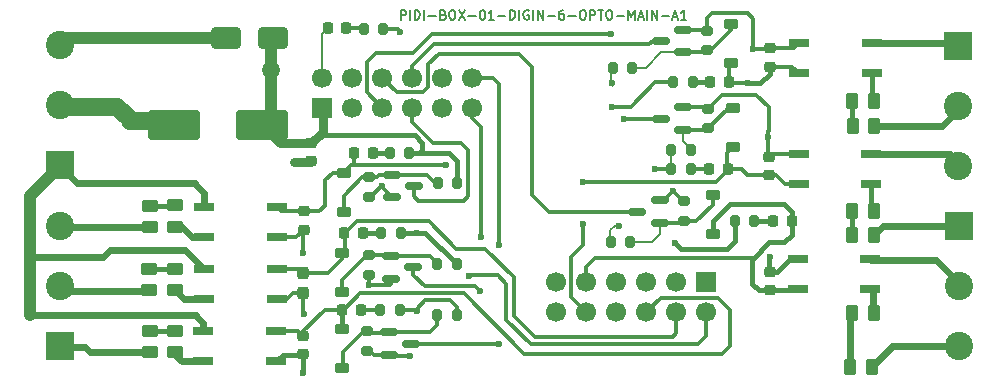
<source format=gbr>
%TF.GenerationSoftware,KiCad,Pcbnew,9.0.6*%
%TF.CreationDate,2025-12-26T20:16:36+00:00*%
%TF.ProjectId,PIDI-BOX-01-DIGIN-6-OPTO-MAIN-A1,50494449-2d42-44f5-982d-30312d444947,rev?*%
%TF.SameCoordinates,Original*%
%TF.FileFunction,Copper,L1,Top*%
%TF.FilePolarity,Positive*%
%FSLAX46Y46*%
G04 Gerber Fmt 4.6, Leading zero omitted, Abs format (unit mm)*
G04 Created by KiCad (PCBNEW 9.0.6) date 2025-12-26 20:16:36*
%MOMM*%
%LPD*%
G01*
G04 APERTURE LIST*
G04 Aperture macros list*
%AMRoundRect*
0 Rectangle with rounded corners*
0 $1 Rounding radius*
0 $2 $3 $4 $5 $6 $7 $8 $9 X,Y pos of 4 corners*
0 Add a 4 corners polygon primitive as box body*
4,1,4,$2,$3,$4,$5,$6,$7,$8,$9,$2,$3,0*
0 Add four circle primitives for the rounded corners*
1,1,$1+$1,$2,$3*
1,1,$1+$1,$4,$5*
1,1,$1+$1,$6,$7*
1,1,$1+$1,$8,$9*
0 Add four rect primitives between the rounded corners*
20,1,$1+$1,$2,$3,$4,$5,0*
20,1,$1+$1,$4,$5,$6,$7,0*
20,1,$1+$1,$6,$7,$8,$9,0*
20,1,$1+$1,$8,$9,$2,$3,0*%
G04 Aperture macros list end*
%ADD10C,0.150000*%
%TA.AperFunction,NonConductor*%
%ADD11C,0.150000*%
%TD*%
%TA.AperFunction,ComponentPad*%
%ADD12R,2.400000X2.400000*%
%TD*%
%TA.AperFunction,ComponentPad*%
%ADD13C,2.400000*%
%TD*%
%TA.AperFunction,SMDPad,CuDef*%
%ADD14RoundRect,0.150000X0.587500X0.150000X-0.587500X0.150000X-0.587500X-0.150000X0.587500X-0.150000X0*%
%TD*%
%TA.AperFunction,SMDPad,CuDef*%
%ADD15RoundRect,0.200000X-0.275000X0.200000X-0.275000X-0.200000X0.275000X-0.200000X0.275000X0.200000X0*%
%TD*%
%TA.AperFunction,SMDPad,CuDef*%
%ADD16RoundRect,0.200000X0.200000X0.275000X-0.200000X0.275000X-0.200000X-0.275000X0.200000X-0.275000X0*%
%TD*%
%TA.AperFunction,SMDPad,CuDef*%
%ADD17RoundRect,0.250000X-0.262500X-0.450000X0.262500X-0.450000X0.262500X0.450000X-0.262500X0.450000X0*%
%TD*%
%TA.AperFunction,SMDPad,CuDef*%
%ADD18RoundRect,0.225000X0.250000X-0.225000X0.250000X0.225000X-0.250000X0.225000X-0.250000X-0.225000X0*%
%TD*%
%TA.AperFunction,SMDPad,CuDef*%
%ADD19RoundRect,0.150000X-0.587500X-0.150000X0.587500X-0.150000X0.587500X0.150000X-0.587500X0.150000X0*%
%TD*%
%TA.AperFunction,SMDPad,CuDef*%
%ADD20RoundRect,0.200000X-0.200000X-0.275000X0.200000X-0.275000X0.200000X0.275000X-0.200000X0.275000X0*%
%TD*%
%TA.AperFunction,SMDPad,CuDef*%
%ADD21RoundRect,0.225000X-0.250000X0.225000X-0.250000X-0.225000X0.250000X-0.225000X0.250000X0.225000X0*%
%TD*%
%TA.AperFunction,SMDPad,CuDef*%
%ADD22RoundRect,0.218750X-0.218750X-0.256250X0.218750X-0.256250X0.218750X0.256250X-0.218750X0.256250X0*%
%TD*%
%TA.AperFunction,SMDPad,CuDef*%
%ADD23RoundRect,0.225000X0.375000X-0.225000X0.375000X0.225000X-0.375000X0.225000X-0.375000X-0.225000X0*%
%TD*%
%TA.AperFunction,SMDPad,CuDef*%
%ADD24RoundRect,0.200000X0.275000X-0.200000X0.275000X0.200000X-0.275000X0.200000X-0.275000X-0.200000X0*%
%TD*%
%TA.AperFunction,SMDPad,CuDef*%
%ADD25R,1.750000X0.650000*%
%TD*%
%TA.AperFunction,SMDPad,CuDef*%
%ADD26RoundRect,0.250000X-0.450000X0.262500X-0.450000X-0.262500X0.450000X-0.262500X0.450000X0.262500X0*%
%TD*%
%TA.AperFunction,SMDPad,CuDef*%
%ADD27RoundRect,0.250000X0.450000X-0.262500X0.450000X0.262500X-0.450000X0.262500X-0.450000X-0.262500X0*%
%TD*%
%TA.AperFunction,SMDPad,CuDef*%
%ADD28RoundRect,0.218750X0.218750X0.256250X-0.218750X0.256250X-0.218750X-0.256250X0.218750X-0.256250X0*%
%TD*%
%TA.AperFunction,SMDPad,CuDef*%
%ADD29RoundRect,0.250000X1.000000X0.650000X-1.000000X0.650000X-1.000000X-0.650000X1.000000X-0.650000X0*%
%TD*%
%TA.AperFunction,SMDPad,CuDef*%
%ADD30RoundRect,0.237500X-0.237500X0.300000X-0.237500X-0.300000X0.237500X-0.300000X0.237500X0.300000X0*%
%TD*%
%TA.AperFunction,ComponentPad*%
%ADD31R,1.700000X1.700000*%
%TD*%
%TA.AperFunction,ComponentPad*%
%ADD32C,1.700000*%
%TD*%
%TA.AperFunction,SMDPad,CuDef*%
%ADD33RoundRect,0.225000X-0.375000X0.225000X-0.375000X-0.225000X0.375000X-0.225000X0.375000X0.225000X0*%
%TD*%
%TA.AperFunction,SMDPad,CuDef*%
%ADD34RoundRect,0.250000X1.950000X1.000000X-1.950000X1.000000X-1.950000X-1.000000X1.950000X-1.000000X0*%
%TD*%
%TA.AperFunction,ViaPad*%
%ADD35C,0.600000*%
%TD*%
%TA.AperFunction,ViaPad*%
%ADD36C,1.500000*%
%TD*%
%TA.AperFunction,ViaPad*%
%ADD37C,1.200000*%
%TD*%
%TA.AperFunction,Conductor*%
%ADD38C,1.000000*%
%TD*%
%TA.AperFunction,Conductor*%
%ADD39C,0.200000*%
%TD*%
%TA.AperFunction,Conductor*%
%ADD40C,0.300000*%
%TD*%
%TA.AperFunction,Conductor*%
%ADD41C,0.800000*%
%TD*%
%TA.AperFunction,Conductor*%
%ADD42C,0.400000*%
%TD*%
%TA.AperFunction,Conductor*%
%ADD43C,1.500000*%
%TD*%
%TA.AperFunction,Conductor*%
%ADD44C,0.600000*%
%TD*%
G04 APERTURE END LIST*
D10*
D11*
X140624160Y-57526895D02*
X140624160Y-56726895D01*
X140624160Y-56726895D02*
X140928922Y-56726895D01*
X140928922Y-56726895D02*
X141005112Y-56764990D01*
X141005112Y-56764990D02*
X141043207Y-56803085D01*
X141043207Y-56803085D02*
X141081303Y-56879276D01*
X141081303Y-56879276D02*
X141081303Y-56993561D01*
X141081303Y-56993561D02*
X141043207Y-57069752D01*
X141043207Y-57069752D02*
X141005112Y-57107847D01*
X141005112Y-57107847D02*
X140928922Y-57145942D01*
X140928922Y-57145942D02*
X140624160Y-57145942D01*
X141424160Y-57526895D02*
X141424160Y-56726895D01*
X141805112Y-57526895D02*
X141805112Y-56726895D01*
X141805112Y-56726895D02*
X141995588Y-56726895D01*
X141995588Y-56726895D02*
X142109874Y-56764990D01*
X142109874Y-56764990D02*
X142186064Y-56841180D01*
X142186064Y-56841180D02*
X142224159Y-56917371D01*
X142224159Y-56917371D02*
X142262255Y-57069752D01*
X142262255Y-57069752D02*
X142262255Y-57184038D01*
X142262255Y-57184038D02*
X142224159Y-57336419D01*
X142224159Y-57336419D02*
X142186064Y-57412609D01*
X142186064Y-57412609D02*
X142109874Y-57488800D01*
X142109874Y-57488800D02*
X141995588Y-57526895D01*
X141995588Y-57526895D02*
X141805112Y-57526895D01*
X142605112Y-57526895D02*
X142605112Y-56726895D01*
X142986064Y-57222133D02*
X143595588Y-57222133D01*
X144243206Y-57107847D02*
X144357492Y-57145942D01*
X144357492Y-57145942D02*
X144395587Y-57184038D01*
X144395587Y-57184038D02*
X144433683Y-57260228D01*
X144433683Y-57260228D02*
X144433683Y-57374514D01*
X144433683Y-57374514D02*
X144395587Y-57450704D01*
X144395587Y-57450704D02*
X144357492Y-57488800D01*
X144357492Y-57488800D02*
X144281302Y-57526895D01*
X144281302Y-57526895D02*
X143976540Y-57526895D01*
X143976540Y-57526895D02*
X143976540Y-56726895D01*
X143976540Y-56726895D02*
X144243206Y-56726895D01*
X144243206Y-56726895D02*
X144319397Y-56764990D01*
X144319397Y-56764990D02*
X144357492Y-56803085D01*
X144357492Y-56803085D02*
X144395587Y-56879276D01*
X144395587Y-56879276D02*
X144395587Y-56955466D01*
X144395587Y-56955466D02*
X144357492Y-57031657D01*
X144357492Y-57031657D02*
X144319397Y-57069752D01*
X144319397Y-57069752D02*
X144243206Y-57107847D01*
X144243206Y-57107847D02*
X143976540Y-57107847D01*
X144928921Y-56726895D02*
X145081302Y-56726895D01*
X145081302Y-56726895D02*
X145157492Y-56764990D01*
X145157492Y-56764990D02*
X145233683Y-56841180D01*
X145233683Y-56841180D02*
X145271778Y-56993561D01*
X145271778Y-56993561D02*
X145271778Y-57260228D01*
X145271778Y-57260228D02*
X145233683Y-57412609D01*
X145233683Y-57412609D02*
X145157492Y-57488800D01*
X145157492Y-57488800D02*
X145081302Y-57526895D01*
X145081302Y-57526895D02*
X144928921Y-57526895D01*
X144928921Y-57526895D02*
X144852730Y-57488800D01*
X144852730Y-57488800D02*
X144776540Y-57412609D01*
X144776540Y-57412609D02*
X144738444Y-57260228D01*
X144738444Y-57260228D02*
X144738444Y-56993561D01*
X144738444Y-56993561D02*
X144776540Y-56841180D01*
X144776540Y-56841180D02*
X144852730Y-56764990D01*
X144852730Y-56764990D02*
X144928921Y-56726895D01*
X145538444Y-56726895D02*
X146071778Y-57526895D01*
X146071778Y-56726895D02*
X145538444Y-57526895D01*
X146376540Y-57222133D02*
X146986064Y-57222133D01*
X147519397Y-56726895D02*
X147595587Y-56726895D01*
X147595587Y-56726895D02*
X147671778Y-56764990D01*
X147671778Y-56764990D02*
X147709873Y-56803085D01*
X147709873Y-56803085D02*
X147747968Y-56879276D01*
X147747968Y-56879276D02*
X147786063Y-57031657D01*
X147786063Y-57031657D02*
X147786063Y-57222133D01*
X147786063Y-57222133D02*
X147747968Y-57374514D01*
X147747968Y-57374514D02*
X147709873Y-57450704D01*
X147709873Y-57450704D02*
X147671778Y-57488800D01*
X147671778Y-57488800D02*
X147595587Y-57526895D01*
X147595587Y-57526895D02*
X147519397Y-57526895D01*
X147519397Y-57526895D02*
X147443206Y-57488800D01*
X147443206Y-57488800D02*
X147405111Y-57450704D01*
X147405111Y-57450704D02*
X147367016Y-57374514D01*
X147367016Y-57374514D02*
X147328920Y-57222133D01*
X147328920Y-57222133D02*
X147328920Y-57031657D01*
X147328920Y-57031657D02*
X147367016Y-56879276D01*
X147367016Y-56879276D02*
X147405111Y-56803085D01*
X147405111Y-56803085D02*
X147443206Y-56764990D01*
X147443206Y-56764990D02*
X147519397Y-56726895D01*
X148547968Y-57526895D02*
X148090825Y-57526895D01*
X148319397Y-57526895D02*
X148319397Y-56726895D01*
X148319397Y-56726895D02*
X148243206Y-56841180D01*
X148243206Y-56841180D02*
X148167016Y-56917371D01*
X148167016Y-56917371D02*
X148090825Y-56955466D01*
X148890826Y-57222133D02*
X149500350Y-57222133D01*
X149881302Y-57526895D02*
X149881302Y-56726895D01*
X149881302Y-56726895D02*
X150071778Y-56726895D01*
X150071778Y-56726895D02*
X150186064Y-56764990D01*
X150186064Y-56764990D02*
X150262254Y-56841180D01*
X150262254Y-56841180D02*
X150300349Y-56917371D01*
X150300349Y-56917371D02*
X150338445Y-57069752D01*
X150338445Y-57069752D02*
X150338445Y-57184038D01*
X150338445Y-57184038D02*
X150300349Y-57336419D01*
X150300349Y-57336419D02*
X150262254Y-57412609D01*
X150262254Y-57412609D02*
X150186064Y-57488800D01*
X150186064Y-57488800D02*
X150071778Y-57526895D01*
X150071778Y-57526895D02*
X149881302Y-57526895D01*
X150681302Y-57526895D02*
X150681302Y-56726895D01*
X151481301Y-56764990D02*
X151405111Y-56726895D01*
X151405111Y-56726895D02*
X151290825Y-56726895D01*
X151290825Y-56726895D02*
X151176539Y-56764990D01*
X151176539Y-56764990D02*
X151100349Y-56841180D01*
X151100349Y-56841180D02*
X151062254Y-56917371D01*
X151062254Y-56917371D02*
X151024158Y-57069752D01*
X151024158Y-57069752D02*
X151024158Y-57184038D01*
X151024158Y-57184038D02*
X151062254Y-57336419D01*
X151062254Y-57336419D02*
X151100349Y-57412609D01*
X151100349Y-57412609D02*
X151176539Y-57488800D01*
X151176539Y-57488800D02*
X151290825Y-57526895D01*
X151290825Y-57526895D02*
X151367016Y-57526895D01*
X151367016Y-57526895D02*
X151481301Y-57488800D01*
X151481301Y-57488800D02*
X151519397Y-57450704D01*
X151519397Y-57450704D02*
X151519397Y-57184038D01*
X151519397Y-57184038D02*
X151367016Y-57184038D01*
X151862254Y-57526895D02*
X151862254Y-56726895D01*
X152243206Y-57526895D02*
X152243206Y-56726895D01*
X152243206Y-56726895D02*
X152700349Y-57526895D01*
X152700349Y-57526895D02*
X152700349Y-56726895D01*
X153081301Y-57222133D02*
X153690825Y-57222133D01*
X154414634Y-56726895D02*
X154262253Y-56726895D01*
X154262253Y-56726895D02*
X154186062Y-56764990D01*
X154186062Y-56764990D02*
X154147967Y-56803085D01*
X154147967Y-56803085D02*
X154071777Y-56917371D01*
X154071777Y-56917371D02*
X154033681Y-57069752D01*
X154033681Y-57069752D02*
X154033681Y-57374514D01*
X154033681Y-57374514D02*
X154071777Y-57450704D01*
X154071777Y-57450704D02*
X154109872Y-57488800D01*
X154109872Y-57488800D02*
X154186062Y-57526895D01*
X154186062Y-57526895D02*
X154338443Y-57526895D01*
X154338443Y-57526895D02*
X154414634Y-57488800D01*
X154414634Y-57488800D02*
X154452729Y-57450704D01*
X154452729Y-57450704D02*
X154490824Y-57374514D01*
X154490824Y-57374514D02*
X154490824Y-57184038D01*
X154490824Y-57184038D02*
X154452729Y-57107847D01*
X154452729Y-57107847D02*
X154414634Y-57069752D01*
X154414634Y-57069752D02*
X154338443Y-57031657D01*
X154338443Y-57031657D02*
X154186062Y-57031657D01*
X154186062Y-57031657D02*
X154109872Y-57069752D01*
X154109872Y-57069752D02*
X154071777Y-57107847D01*
X154071777Y-57107847D02*
X154033681Y-57184038D01*
X154833682Y-57222133D02*
X155443206Y-57222133D01*
X155976539Y-56726895D02*
X156128920Y-56726895D01*
X156128920Y-56726895D02*
X156205110Y-56764990D01*
X156205110Y-56764990D02*
X156281301Y-56841180D01*
X156281301Y-56841180D02*
X156319396Y-56993561D01*
X156319396Y-56993561D02*
X156319396Y-57260228D01*
X156319396Y-57260228D02*
X156281301Y-57412609D01*
X156281301Y-57412609D02*
X156205110Y-57488800D01*
X156205110Y-57488800D02*
X156128920Y-57526895D01*
X156128920Y-57526895D02*
X155976539Y-57526895D01*
X155976539Y-57526895D02*
X155900348Y-57488800D01*
X155900348Y-57488800D02*
X155824158Y-57412609D01*
X155824158Y-57412609D02*
X155786062Y-57260228D01*
X155786062Y-57260228D02*
X155786062Y-56993561D01*
X155786062Y-56993561D02*
X155824158Y-56841180D01*
X155824158Y-56841180D02*
X155900348Y-56764990D01*
X155900348Y-56764990D02*
X155976539Y-56726895D01*
X156662253Y-57526895D02*
X156662253Y-56726895D01*
X156662253Y-56726895D02*
X156967015Y-56726895D01*
X156967015Y-56726895D02*
X157043205Y-56764990D01*
X157043205Y-56764990D02*
X157081300Y-56803085D01*
X157081300Y-56803085D02*
X157119396Y-56879276D01*
X157119396Y-56879276D02*
X157119396Y-56993561D01*
X157119396Y-56993561D02*
X157081300Y-57069752D01*
X157081300Y-57069752D02*
X157043205Y-57107847D01*
X157043205Y-57107847D02*
X156967015Y-57145942D01*
X156967015Y-57145942D02*
X156662253Y-57145942D01*
X157347967Y-56726895D02*
X157805110Y-56726895D01*
X157576538Y-57526895D02*
X157576538Y-56726895D01*
X158224158Y-56726895D02*
X158376539Y-56726895D01*
X158376539Y-56726895D02*
X158452729Y-56764990D01*
X158452729Y-56764990D02*
X158528920Y-56841180D01*
X158528920Y-56841180D02*
X158567015Y-56993561D01*
X158567015Y-56993561D02*
X158567015Y-57260228D01*
X158567015Y-57260228D02*
X158528920Y-57412609D01*
X158528920Y-57412609D02*
X158452729Y-57488800D01*
X158452729Y-57488800D02*
X158376539Y-57526895D01*
X158376539Y-57526895D02*
X158224158Y-57526895D01*
X158224158Y-57526895D02*
X158147967Y-57488800D01*
X158147967Y-57488800D02*
X158071777Y-57412609D01*
X158071777Y-57412609D02*
X158033681Y-57260228D01*
X158033681Y-57260228D02*
X158033681Y-56993561D01*
X158033681Y-56993561D02*
X158071777Y-56841180D01*
X158071777Y-56841180D02*
X158147967Y-56764990D01*
X158147967Y-56764990D02*
X158224158Y-56726895D01*
X158909872Y-57222133D02*
X159519396Y-57222133D01*
X159900348Y-57526895D02*
X159900348Y-56726895D01*
X159900348Y-56726895D02*
X160167014Y-57298323D01*
X160167014Y-57298323D02*
X160433681Y-56726895D01*
X160433681Y-56726895D02*
X160433681Y-57526895D01*
X160776538Y-57298323D02*
X161157491Y-57298323D01*
X160700348Y-57526895D02*
X160967015Y-56726895D01*
X160967015Y-56726895D02*
X161233681Y-57526895D01*
X161500348Y-57526895D02*
X161500348Y-56726895D01*
X161881300Y-57526895D02*
X161881300Y-56726895D01*
X161881300Y-56726895D02*
X162338443Y-57526895D01*
X162338443Y-57526895D02*
X162338443Y-56726895D01*
X162719395Y-57222133D02*
X163328919Y-57222133D01*
X163671775Y-57298323D02*
X164052728Y-57298323D01*
X163595585Y-57526895D02*
X163862252Y-56726895D01*
X163862252Y-56726895D02*
X164128918Y-57526895D01*
X164814632Y-57526895D02*
X164357489Y-57526895D01*
X164586061Y-57526895D02*
X164586061Y-56726895D01*
X164586061Y-56726895D02*
X164509870Y-56841180D01*
X164509870Y-56841180D02*
X164433680Y-56917371D01*
X164433680Y-56917371D02*
X164357489Y-56955466D01*
D12*
%TO.P,J1,1,1*%
%TO.N,Net-(J1-Pad1)*%
X187883800Y-75031600D03*
D13*
%TO.P,J1,2,2*%
%TO.N,Net-(IC1-Pad2)*%
X187883800Y-80111600D03*
%TO.P,J1,3,3*%
%TO.N,Net-(J1-Pad3)*%
X187883800Y-85191600D03*
%TD*%
D14*
%TO.P,Q1,1,G*%
%TO.N,Net-(D9-A)*%
X162557700Y-74738900D03*
%TO.P,Q1,2,S*%
%TO.N,GND*%
X162557700Y-72838900D03*
%TO.P,Q1,3,D*%
%TO.N,P0*%
X160682700Y-73788900D03*
%TD*%
D15*
%TO.P,R18,1*%
%TO.N,Net-(D14-A)*%
X137749800Y-83934800D03*
%TO.P,R18,2*%
%TO.N,GND*%
X137749800Y-85584800D03*
%TD*%
D16*
%TO.P,R22,1*%
%TO.N,+12V*%
X145376400Y-78232000D03*
%TO.P,R22,2*%
%TO.N,Net-(D13-A)*%
X143726400Y-78232000D03*
%TD*%
D17*
%TO.P,R13,1*%
%TO.N,Net-(R13-Pad1)*%
X178868700Y-64414400D03*
%TO.P,R13,2*%
%TO.N,Net-(IC3-Pad1)*%
X180693700Y-64414400D03*
%TD*%
D18*
%TO.P,C3,1*%
%TO.N,S3*%
X171907200Y-61506400D03*
%TO.P,C3,2*%
%TO.N,GND*%
X171907200Y-59956400D03*
%TD*%
D19*
%TO.P,Q6,1,G*%
%TO.N,Net-(D12-A)*%
X139872500Y-70678000D03*
%TO.P,Q6,2,S*%
%TO.N,GND*%
X139872500Y-72578000D03*
%TO.P,Q6,3,D*%
%TO.N,P5*%
X141747500Y-71628000D03*
%TD*%
D20*
%TO.P,R7,1*%
%TO.N,+12V*%
X163563800Y-68554600D03*
%TO.P,R7,2*%
%TO.N,Net-(D10-A)*%
X165213800Y-68554600D03*
%TD*%
%TO.P,R1,1*%
%TO.N,+12V*%
X168910100Y-74574400D03*
%TO.P,R1,2*%
%TO.N,Net-(D3-A)*%
X170560100Y-74574400D03*
%TD*%
D18*
%TO.P,C1,1*%
%TO.N,S1*%
X171881800Y-80454800D03*
%TO.P,C1,2*%
%TO.N,GND*%
X171881800Y-78904800D03*
%TD*%
D21*
%TO.P,C7,1*%
%TO.N,+12V*%
X133070600Y-67982800D03*
%TO.P,C7,2*%
%TO.N,GND*%
X133070600Y-69532800D03*
%TD*%
D20*
%TO.P,R12,1*%
%TO.N,+12V*%
X158598600Y-61595000D03*
%TO.P,R12,2*%
%TO.N,Net-(D11-A)*%
X160248600Y-61595000D03*
%TD*%
D17*
%TO.P,R8,1*%
%TO.N,Net-(R8-Pad1)*%
X178870600Y-73710800D03*
%TO.P,R8,2*%
%TO.N,Net-(IC2-Pad1)*%
X180695600Y-73710800D03*
%TD*%
D22*
%TO.P,D6,1,K*%
%TO.N,S4*%
X135707450Y-82118200D03*
%TO.P,D6,2,A*%
%TO.N,Net-(D6-A)*%
X137282450Y-82118200D03*
%TD*%
D23*
%TO.P,D9,1,K*%
%TO.N,S1*%
X167075000Y-75650000D03*
%TO.P,D9,2,A*%
%TO.N,Net-(D9-A)*%
X167075000Y-72350000D03*
%TD*%
D16*
%TO.P,R11,1*%
%TO.N,Net-(D5-A)*%
X165366300Y-62839600D03*
%TO.P,R11,2*%
%TO.N,+12V*%
X163716300Y-62839600D03*
%TD*%
D24*
%TO.P,R10,1*%
%TO.N,Net-(D10-A)*%
X166680100Y-66715200D03*
%TO.P,R10,2*%
%TO.N,GND*%
X166680100Y-65065200D03*
%TD*%
D25*
%TO.P,IC6,1*%
%TO.N,Net-(IC4-Pad1)*%
X123975800Y-73406000D03*
%TO.P,IC6,2*%
%TO.N,Net-(IC6-Pad2)*%
X123975800Y-75946000D03*
%TO.P,IC6,3,E*%
%TO.N,GND*%
X130125800Y-75946000D03*
%TO.P,IC6,4,C*%
%TO.N,S6*%
X130125800Y-73406000D03*
%TD*%
D26*
%TO.P,R19,1*%
%TO.N,Net-(R19-Pad1)*%
X121564400Y-83872700D03*
%TO.P,R19,2*%
%TO.N,Net-(IC4-Pad2)*%
X121564400Y-85697700D03*
%TD*%
D20*
%TO.P,R16,1*%
%TO.N,Net-(D6-A)*%
X138895650Y-82118200D03*
%TO.P,R16,2*%
%TO.N,+12V*%
X140545650Y-82118200D03*
%TD*%
D27*
%TO.P,R31,1*%
%TO.N,Net-(J4-Pad3)*%
X119430800Y-75105900D03*
%TO.P,R31,2*%
%TO.N,Net-(R30-Pad1)*%
X119430800Y-73280900D03*
%TD*%
D20*
%TO.P,R26,1*%
%TO.N,Net-(D1-A)*%
X137515600Y-58318400D03*
%TO.P,R26,2*%
%TO.N,+12V*%
X139165600Y-58318400D03*
%TD*%
D14*
%TO.P,Q3,1,G*%
%TO.N,Net-(D11-A)*%
X164538900Y-60310800D03*
%TO.P,Q3,2,S*%
%TO.N,GND*%
X164538900Y-58410800D03*
%TO.P,Q3,3,D*%
%TO.N,P2*%
X162663900Y-59360800D03*
%TD*%
D16*
%TO.P,R17,1*%
%TO.N,+12V*%
X145376400Y-82550000D03*
%TO.P,R17,2*%
%TO.N,Net-(D14-A)*%
X143726400Y-82550000D03*
%TD*%
D28*
%TO.P,D4,1,K*%
%TO.N,S2*%
X168325900Y-70205600D03*
%TO.P,D4,2,A*%
%TO.N,Net-(D4-A)*%
X166750900Y-70205600D03*
%TD*%
%TO.P,D5,1,K*%
%TO.N,S3*%
X168427600Y-62839600D03*
%TO.P,D5,2,A*%
%TO.N,Net-(D5-A)*%
X166852600Y-62839600D03*
%TD*%
D29*
%TO.P,D2,1,K*%
%TO.N,+12V*%
X129812800Y-59105800D03*
%TO.P,D2,2,A*%
%TO.N,Net-(D2-A)*%
X125812800Y-59105800D03*
%TD*%
D27*
%TO.P,R25,1*%
%TO.N,Net-(J4-Pad2)*%
X119354600Y-80465300D03*
%TO.P,R25,2*%
%TO.N,Net-(R24-Pad1)*%
X119354600Y-78640300D03*
%TD*%
D26*
%TO.P,R24,1*%
%TO.N,Net-(R24-Pad1)*%
X121513600Y-78640300D03*
%TO.P,R24,2*%
%TO.N,Net-(IC5-Pad2)*%
X121513600Y-80465300D03*
%TD*%
D30*
%TO.P,C5,1*%
%TO.N,S5*%
X132384800Y-78995100D03*
%TO.P,C5,2*%
%TO.N,GND*%
X132384800Y-80720100D03*
%TD*%
D12*
%TO.P,J4,1,1*%
%TO.N,Net-(J4-Pad1)*%
X111788600Y-85158000D03*
D13*
%TO.P,J4,2,2*%
%TO.N,Net-(J4-Pad2)*%
X111788600Y-80078000D03*
%TO.P,J4,3,3*%
%TO.N,Net-(J4-Pad3)*%
X111788600Y-74998000D03*
%TD*%
D22*
%TO.P,D8,1,K*%
%TO.N,S6*%
X136708200Y-68808600D03*
%TO.P,D8,2,A*%
%TO.N,Net-(D8-A)*%
X138283200Y-68808600D03*
%TD*%
D20*
%TO.P,R2,1*%
%TO.N,+12V*%
X158407600Y-76352400D03*
%TO.P,R2,2*%
%TO.N,Net-(D9-A)*%
X160057600Y-76352400D03*
%TD*%
D12*
%TO.P,J3,1,1*%
%TO.N,Net-(IC4-Pad1)*%
X111810800Y-69875400D03*
D13*
%TO.P,J3,2,2*%
%TO.N,GND*%
X111810800Y-64795400D03*
%TO.P,J3,3,3*%
%TO.N,Net-(D2-A)*%
X111810800Y-59715400D03*
%TD*%
D28*
%TO.P,D3,1,K*%
%TO.N,S1*%
X173736100Y-74574400D03*
%TO.P,D3,2,A*%
%TO.N,Net-(D3-A)*%
X172161100Y-74574400D03*
%TD*%
D31*
%TO.P,J5,1,Pin_1*%
%TO.N,+12V*%
X133985000Y-64998600D03*
D32*
%TO.P,J5,2,Pin_2*%
%TO.N,GND*%
X133985000Y-62458600D03*
%TO.P,J5,3,Pin_3*%
%TO.N,unconnected-(J5-Pin_3-Pad3)*%
X136525000Y-64998600D03*
%TO.P,J5,4,Pin_4*%
%TO.N,GND*%
X136525000Y-62458600D03*
%TO.P,J5,5,Pin_5*%
%TO.N,P1*%
X139065000Y-64998600D03*
%TO.P,J5,6,Pin_6*%
%TO.N,P0*%
X139065000Y-62458600D03*
%TO.P,J5,7,Pin_7*%
%TO.N,P5*%
X141605000Y-64998600D03*
%TO.P,J5,8,Pin_8*%
%TO.N,P2*%
X141605000Y-62458600D03*
%TO.P,J5,9,Pin_9*%
%TO.N,unconnected-(J5-Pin_9-Pad9)*%
X144145000Y-64998600D03*
%TO.P,J5,10,Pin_10*%
%TO.N,unconnected-(J5-Pin_10-Pad10)*%
X144145000Y-62458600D03*
%TO.P,J5,11,Pin_11*%
%TO.N,P4*%
X146685000Y-64998600D03*
%TO.P,J5,12,Pin_12*%
%TO.N,P3*%
X146685000Y-62458600D03*
%TD*%
D23*
%TO.P,D11,1,K*%
%TO.N,S3*%
X168579800Y-61187600D03*
%TO.P,D11,2,A*%
%TO.N,Net-(D11-A)*%
X168579800Y-57887600D03*
%TD*%
D20*
%TO.P,R21,1*%
%TO.N,Net-(D7-A)*%
X139007500Y-75595000D03*
%TO.P,R21,2*%
%TO.N,+12V*%
X140657500Y-75595000D03*
%TD*%
D33*
%TO.P,D14,1,K*%
%TO.N,S4*%
X135686800Y-83744800D03*
%TO.P,D14,2,A*%
%TO.N,Net-(D14-A)*%
X135686800Y-87044800D03*
%TD*%
D25*
%TO.P,IC4,1*%
%TO.N,Net-(IC4-Pad1)*%
X123925000Y-83921600D03*
%TO.P,IC4,2*%
%TO.N,Net-(IC4-Pad2)*%
X123925000Y-86461600D03*
%TO.P,IC4,3,E*%
%TO.N,GND*%
X130075000Y-86461600D03*
%TO.P,IC4,4,C*%
%TO.N,S4*%
X130075000Y-83921600D03*
%TD*%
D26*
%TO.P,R30,1*%
%TO.N,Net-(R30-Pad1)*%
X121564400Y-73257400D03*
%TO.P,R30,2*%
%TO.N,Net-(IC6-Pad2)*%
X121564400Y-75082400D03*
%TD*%
D33*
%TO.P,D13,1,K*%
%TO.N,S5*%
X135692400Y-77293200D03*
%TO.P,D13,2,A*%
%TO.N,Net-(D13-A)*%
X135692400Y-80593200D03*
%TD*%
D22*
%TO.P,D1,1,K*%
%TO.N,GND*%
X134442100Y-58267600D03*
%TO.P,D1,2,A*%
%TO.N,Net-(D1-A)*%
X136017100Y-58267600D03*
%TD*%
D19*
%TO.P,Q4,1,G*%
%TO.N,Net-(D14-A)*%
X139608600Y-84013000D03*
%TO.P,Q4,2,S*%
%TO.N,GND*%
X139608600Y-85913000D03*
%TO.P,Q4,3,D*%
%TO.N,P3*%
X141483600Y-84963000D03*
%TD*%
D25*
%TO.P,IC2,1*%
%TO.N,Net-(IC2-Pad1)*%
X180468600Y-71475600D03*
%TO.P,IC2,2*%
%TO.N,Net-(IC2-Pad2)*%
X180468600Y-68935600D03*
%TO.P,IC2,3,E*%
%TO.N,GND*%
X174318600Y-68935600D03*
%TO.P,IC2,4,C*%
%TO.N,S2*%
X174318600Y-71475600D03*
%TD*%
D24*
%TO.P,R15,1*%
%TO.N,Net-(D11-A)*%
X166598600Y-60135000D03*
%TO.P,R15,2*%
%TO.N,GND*%
X166598600Y-58485000D03*
%TD*%
D34*
%TO.P,C6,1*%
%TO.N,+12V*%
X128871200Y-66421000D03*
%TO.P,C6,2*%
%TO.N,GND*%
X121471200Y-66421000D03*
%TD*%
D17*
%TO.P,R14,1*%
%TO.N,Net-(R13-Pad1)*%
X178919500Y-66548000D03*
%TO.P,R14,2*%
%TO.N,Net-(J2-Pad2)*%
X180744500Y-66548000D03*
%TD*%
D33*
%TO.P,D12,1,K*%
%TO.N,S6*%
X135819400Y-70486000D03*
%TO.P,D12,2,A*%
%TO.N,Net-(D12-A)*%
X135819400Y-73786000D03*
%TD*%
D15*
%TO.P,R29,1*%
%TO.N,Net-(D12-A)*%
X137965200Y-70871600D03*
%TO.P,R29,2*%
%TO.N,GND*%
X137965200Y-72521600D03*
%TD*%
D25*
%TO.P,IC3,1*%
%TO.N,Net-(IC3-Pad1)*%
X180519400Y-62077600D03*
%TO.P,IC3,2*%
%TO.N,Net-(IC3-Pad2)*%
X180519400Y-59537600D03*
%TO.P,IC3,3,E*%
%TO.N,GND*%
X174369400Y-59537600D03*
%TO.P,IC3,4,C*%
%TO.N,S3*%
X174369400Y-62077600D03*
%TD*%
%TO.P,IC1,1*%
%TO.N,Net-(IC1-Pad1)*%
X180392400Y-80340200D03*
%TO.P,IC1,2*%
%TO.N,Net-(IC1-Pad2)*%
X180392400Y-77800200D03*
%TO.P,IC1,3,E*%
%TO.N,GND*%
X174242400Y-77800200D03*
%TO.P,IC1,4,C*%
%TO.N,S1*%
X174242400Y-80340200D03*
%TD*%
D14*
%TO.P,Q2,1,G*%
%TO.N,Net-(D10-A)*%
X164566600Y-66873200D03*
%TO.P,Q2,2,S*%
%TO.N,GND*%
X164566600Y-64973200D03*
%TO.P,Q2,3,D*%
%TO.N,P1*%
X162691600Y-65923200D03*
%TD*%
D22*
%TO.P,D7,1,K*%
%TO.N,S5*%
X135844600Y-75595000D03*
%TO.P,D7,2,A*%
%TO.N,Net-(D7-A)*%
X137419600Y-75595000D03*
%TD*%
D17*
%TO.P,R9,1*%
%TO.N,Net-(R8-Pad1)*%
X178868700Y-75793600D03*
%TO.P,R9,2*%
%TO.N,Net-(J1-Pad1)*%
X180693700Y-75793600D03*
%TD*%
D21*
%TO.P,C4,1*%
%TO.N,S4*%
X132334000Y-84289600D03*
%TO.P,C4,2*%
%TO.N,GND*%
X132334000Y-85839600D03*
%TD*%
D17*
%TO.P,R4,1*%
%TO.N,Net-(R3-Pad1)*%
X178716300Y-86918800D03*
%TO.P,R4,2*%
%TO.N,Net-(J1-Pad3)*%
X180541300Y-86918800D03*
%TD*%
D16*
%TO.P,R6,1*%
%TO.N,Net-(D4-A)*%
X165213800Y-70205600D03*
%TO.P,R6,2*%
%TO.N,+12V*%
X163563800Y-70205600D03*
%TD*%
D12*
%TO.P,J2,1,1*%
%TO.N,Net-(IC3-Pad2)*%
X187833800Y-59781600D03*
D13*
%TO.P,J2,2,2*%
%TO.N,Net-(J2-Pad2)*%
X187833800Y-64861600D03*
%TO.P,J2,3,3*%
%TO.N,Net-(IC2-Pad2)*%
X187833800Y-69941600D03*
%TD*%
D24*
%TO.P,R5,1*%
%TO.N,Net-(D9-A)*%
X164617400Y-74561200D03*
%TO.P,R5,2*%
%TO.N,GND*%
X164617400Y-72911200D03*
%TD*%
D16*
%TO.P,R28,1*%
%TO.N,+12V*%
X145439400Y-71374000D03*
%TO.P,R28,2*%
%TO.N,Net-(D12-A)*%
X143789400Y-71374000D03*
%TD*%
D31*
%TO.P,J6,1,Pin_1*%
%TO.N,+12V*%
X166497000Y-79781400D03*
D32*
%TO.P,J6,2,Pin_2*%
%TO.N,S6*%
X166497000Y-82321400D03*
%TO.P,J6,3,Pin_3*%
%TO.N,unconnected-(J6-Pin_3-Pad3)*%
X163957000Y-79781400D03*
%TO.P,J6,4,Pin_4*%
%TO.N,S5*%
X163957000Y-82321400D03*
%TO.P,J6,5,Pin_5*%
%TO.N,unconnected-(J6-Pin_5-Pad5)*%
X161417000Y-79781400D03*
%TO.P,J6,6,Pin_6*%
%TO.N,S4*%
X161417000Y-82321400D03*
%TO.P,J6,7,Pin_7*%
%TO.N,unconnected-(J6-Pin_7-Pad7)*%
X158877000Y-79781400D03*
%TO.P,J6,8,Pin_8*%
%TO.N,S3*%
X158877000Y-82321400D03*
%TO.P,J6,9,Pin_9*%
%TO.N,S1*%
X156337000Y-79781400D03*
%TO.P,J6,10,Pin_10*%
%TO.N,S2*%
X156337000Y-82321400D03*
%TO.P,J6,11,Pin_11*%
%TO.N,GND*%
X153797000Y-79781400D03*
%TO.P,J6,12,Pin_12*%
X153797000Y-82321400D03*
%TD*%
D20*
%TO.P,R27,1*%
%TO.N,Net-(D8-A)*%
X139718700Y-68808600D03*
%TO.P,R27,2*%
%TO.N,+12V*%
X141368700Y-68808600D03*
%TD*%
D21*
%TO.P,C8,1*%
%TO.N,S6*%
X132410200Y-73774000D03*
%TO.P,C8,2*%
%TO.N,GND*%
X132410200Y-75324000D03*
%TD*%
D23*
%TO.P,D10,1,K*%
%TO.N,S2*%
X168783000Y-68299600D03*
%TO.P,D10,2,A*%
%TO.N,Net-(D10-A)*%
X168783000Y-64999600D03*
%TD*%
D17*
%TO.P,R3,1*%
%TO.N,Net-(R3-Pad1)*%
X178868700Y-82397600D03*
%TO.P,R3,2*%
%TO.N,Net-(IC1-Pad1)*%
X180693700Y-82397600D03*
%TD*%
D25*
%TO.P,IC5,1*%
%TO.N,Net-(IC4-Pad1)*%
X123975800Y-78689200D03*
%TO.P,IC5,2*%
%TO.N,Net-(IC5-Pad2)*%
X123975800Y-81229200D03*
%TO.P,IC5,3,E*%
%TO.N,GND*%
X130125800Y-81229200D03*
%TO.P,IC5,4,C*%
%TO.N,S5*%
X130125800Y-78689200D03*
%TD*%
D19*
%TO.P,Q5,1,G*%
%TO.N,Net-(D13-A)*%
X139834900Y-77561400D03*
%TO.P,Q5,2,S*%
%TO.N,GND*%
X139834900Y-79461400D03*
%TO.P,Q5,3,D*%
%TO.N,P4*%
X141709900Y-78511400D03*
%TD*%
D26*
%TO.P,R20,1*%
%TO.N,Net-(R19-Pad1)*%
X119430800Y-83872700D03*
%TO.P,R20,2*%
%TO.N,Net-(J4-Pad1)*%
X119430800Y-85697700D03*
%TD*%
D15*
%TO.P,R23,1*%
%TO.N,Net-(D13-A)*%
X137953000Y-77495400D03*
%TO.P,R23,2*%
%TO.N,GND*%
X137953000Y-79145400D03*
%TD*%
D18*
%TO.P,C2,1*%
%TO.N,S2*%
X171805600Y-70675800D03*
%TO.P,C2,2*%
%TO.N,GND*%
X171805600Y-69125800D03*
%TD*%
D35*
%TO.N,+12V*%
X141991600Y-82169000D03*
X158496000Y-62941200D03*
X162179000Y-70205600D03*
X142042400Y-75595000D03*
X142448800Y-68808600D03*
X158496000Y-64973200D03*
X140614400Y-58547000D03*
D36*
X129660400Y-61823600D03*
D35*
X159156400Y-74980800D03*
X163855400Y-76428600D03*
%TO.N,GND*%
X139019800Y-71653400D03*
X132384800Y-77266800D03*
D37*
X117729000Y-66090800D03*
D35*
X141432800Y-86029800D03*
X132334000Y-87477600D03*
X163703000Y-72047600D03*
X132410200Y-82423000D03*
X171754800Y-67505600D03*
X137953000Y-80035400D03*
X170484800Y-59994800D03*
X131572000Y-69570600D03*
X171881800Y-77647800D03*
%TO.N,S6*%
X146405600Y-79207600D03*
X144475000Y-69875000D03*
%TO.N,S3*%
X170002200Y-62890400D03*
%TO.N,S2*%
X156083000Y-74803000D03*
X156108400Y-71297800D03*
%TO.N,P3*%
X148996400Y-76657200D03*
X148996400Y-85013800D03*
%TO.N,P1*%
X159575000Y-65938400D03*
X158425000Y-58750200D03*
%TO.N,P4*%
X147421600Y-75946000D03*
X147320000Y-80492600D03*
%TD*%
D38*
%TO.N,Net-(D2-A)*%
X112453800Y-59105800D02*
X125812800Y-59105800D01*
X111777200Y-59782400D02*
X112453800Y-59105800D01*
D39*
%TO.N,+12V*%
X163563800Y-68554600D02*
X163563800Y-68630800D01*
D40*
X162179000Y-70205600D02*
X162560000Y-70205600D01*
D39*
X158496000Y-63042800D02*
X158496000Y-62941200D01*
X163563800Y-68630800D02*
X163525200Y-68669400D01*
X163525200Y-70167000D02*
X163563800Y-70205600D01*
D40*
X160103820Y-64940180D02*
X162204400Y-62839600D01*
D41*
X133070600Y-67982800D02*
X134035800Y-67017600D01*
D40*
X145376400Y-81851000D02*
X145376400Y-82550000D01*
D42*
X142734800Y-75590400D02*
X145376400Y-78232000D01*
D39*
X159134700Y-75002500D02*
X158753700Y-75002500D01*
X158598600Y-61595000D02*
X158445200Y-61748400D01*
X158394400Y-75361800D02*
X158394400Y-76339200D01*
D42*
X141368700Y-68808600D02*
X142448800Y-68808600D01*
D40*
X144830800Y-81305400D02*
X145376400Y-81851000D01*
D41*
X134035800Y-67017600D02*
X134035800Y-65049400D01*
D39*
X158394400Y-76339200D02*
X158407600Y-76352400D01*
D40*
X158740200Y-64940180D02*
X160103820Y-64940180D01*
X141940800Y-82118200D02*
X140545650Y-82118200D01*
D39*
X158597600Y-63144400D02*
X158496000Y-63042800D01*
D40*
X141991600Y-82169000D02*
X141940800Y-82118200D01*
X141986000Y-82042000D02*
X142722600Y-81305400D01*
X141986000Y-82174600D02*
X141986000Y-82042000D01*
X163690900Y-62814200D02*
X163716300Y-62839600D01*
D42*
X144750000Y-68800000D02*
X145439400Y-69489400D01*
D41*
X134035800Y-65049400D02*
X133985000Y-64998600D01*
X128871200Y-66421000D02*
X130433000Y-67982800D01*
D42*
X168910100Y-76301500D02*
X168910100Y-74574400D01*
D40*
X142722600Y-81305400D02*
X144830800Y-81305400D01*
X158496000Y-64973200D02*
X158707180Y-64973200D01*
D41*
X130433000Y-67982800D02*
X133070600Y-67982800D01*
D38*
X128871200Y-66243200D02*
X129660400Y-65454000D01*
D40*
X140614400Y-58547000D02*
X140385800Y-58318400D01*
X140385800Y-58318400D02*
X139165600Y-58318400D01*
X163716300Y-62838600D02*
X163716300Y-62839600D01*
D42*
X142047000Y-75590400D02*
X142734800Y-75590400D01*
D39*
X158445200Y-62992000D02*
X158597600Y-63144400D01*
D40*
X162204400Y-62839600D02*
X163716300Y-62839600D01*
D42*
X142042400Y-75595000D02*
X140657500Y-75595000D01*
X142448800Y-67945000D02*
X142448800Y-68808600D01*
D39*
X158445200Y-61748400D02*
X158445200Y-62992000D01*
D42*
X164388800Y-76962000D02*
X168249600Y-76962000D01*
X163855400Y-76428600D02*
X164388800Y-76962000D01*
D38*
X129660400Y-65454000D02*
X129660400Y-59258200D01*
D42*
X141826200Y-67322400D02*
X142448800Y-67945000D01*
D38*
X129660400Y-59258200D02*
X129812800Y-59105800D01*
D39*
X163525200Y-68669400D02*
X163525200Y-70167000D01*
D40*
X158707180Y-64973200D02*
X158740200Y-64940180D01*
D39*
X158753700Y-75002500D02*
X158394400Y-75361800D01*
D42*
X142457400Y-68800000D02*
X144750000Y-68800000D01*
X142448800Y-68808600D02*
X142457400Y-68800000D01*
D40*
X163563800Y-70205600D02*
X162179000Y-70205600D01*
D38*
X128871200Y-66421000D02*
X128871200Y-66243200D01*
D42*
X142042400Y-75595000D02*
X142047000Y-75590400D01*
X134066800Y-67322400D02*
X141826200Y-67322400D01*
D41*
X133883400Y-64897000D02*
X134035800Y-65049400D01*
D39*
X159156400Y-74980800D02*
X159134700Y-75002500D01*
D40*
X141991600Y-82169000D02*
X141986000Y-82174600D01*
D42*
X145439400Y-69489400D02*
X145439400Y-71374000D01*
X168249600Y-76962000D02*
X168910100Y-76301500D01*
X134041400Y-67297000D02*
X134066800Y-67322400D01*
D40*
%TO.N,GND*%
X132383700Y-80721200D02*
X132384800Y-80720100D01*
D43*
X111982300Y-64897000D02*
X111931700Y-64846400D01*
D40*
X132384800Y-75349400D02*
X132384800Y-77266800D01*
X171754800Y-69075000D02*
X171805600Y-69125800D01*
D43*
X116636800Y-64897000D02*
X111982300Y-64897000D01*
D40*
X137775200Y-85698600D02*
X138104400Y-85698600D01*
D43*
X117729000Y-66090800D02*
X117703600Y-66065400D01*
D40*
X139705600Y-80035400D02*
X139834900Y-79906100D01*
D42*
X171881800Y-77647800D02*
X171856400Y-77673200D01*
D40*
X138095200Y-72521600D02*
X137965200Y-72521600D01*
D42*
X132334000Y-85915800D02*
X132321000Y-85902800D01*
X174305100Y-59473300D02*
X174369400Y-59537600D01*
X166804400Y-65013100D02*
X166697700Y-64906400D01*
D39*
X133985000Y-58724700D02*
X133985000Y-62458600D01*
D40*
X171995800Y-68935600D02*
X174318600Y-68935600D01*
X139019800Y-71653400D02*
X138963400Y-71653400D01*
X163703000Y-72047600D02*
X162911700Y-72838900D01*
X171780200Y-64973200D02*
X170738800Y-63931800D01*
D43*
X117729000Y-66090800D02*
X121623600Y-66090800D01*
D40*
X131495800Y-80721200D02*
X131546600Y-80721200D01*
X164566600Y-64973200D02*
X166588100Y-64973200D01*
X171754800Y-67505600D02*
X171754800Y-69075000D01*
X171754800Y-67505600D02*
X171754800Y-67005200D01*
X132359400Y-80745500D02*
X132384800Y-80720100D01*
X131038600Y-81178400D02*
X131495800Y-80721200D01*
D42*
X171856400Y-78879400D02*
X171881800Y-78904800D01*
D40*
X169646600Y-63931800D02*
X169641600Y-63926800D01*
X166598600Y-57379600D02*
X166598600Y-58485000D01*
X171907200Y-59956400D02*
X173950600Y-59956400D01*
X139608600Y-85974400D02*
X139608600Y-85913000D01*
X139872500Y-72562500D02*
X139872500Y-72578000D01*
X139664000Y-86029800D02*
X139608600Y-85974400D01*
X138104400Y-85698600D02*
X138334000Y-85928200D01*
X130125800Y-75946000D02*
X131788200Y-75946000D01*
X137953000Y-80035400D02*
X137953000Y-79145400D01*
X139834900Y-79906100D02*
X139834900Y-79461400D01*
D39*
X166588100Y-64973200D02*
X166680100Y-65065200D01*
D42*
X173609000Y-77800200D02*
X174242400Y-77800200D01*
D40*
X139019800Y-71653400D02*
X139019800Y-71709800D01*
D39*
X134442100Y-58267600D02*
X133985000Y-58724700D01*
D42*
X132321000Y-85902800D02*
X130633800Y-85902800D01*
D43*
X121623600Y-66090800D02*
X121649000Y-66065400D01*
D40*
X130125800Y-81229200D02*
X130176600Y-81178400D01*
X171780200Y-66979800D02*
X171780200Y-64973200D01*
D42*
X172504400Y-78904800D02*
X173609000Y-77800200D01*
D41*
X131572000Y-69570600D02*
X133032800Y-69570600D01*
D43*
X117703600Y-65963800D02*
X116636800Y-64897000D01*
D42*
X166526700Y-65077400D02*
X166697700Y-64906400D01*
D40*
X138963400Y-71653400D02*
X138095200Y-72521600D01*
X132359400Y-82372200D02*
X132359400Y-80745500D01*
X162911700Y-72838900D02*
X162557700Y-72838900D01*
X170484800Y-59994800D02*
X170484800Y-57454800D01*
X163703000Y-72047600D02*
X164566600Y-72911200D01*
X164566600Y-72911200D02*
X164617400Y-72911200D01*
X131788200Y-75946000D02*
X132410200Y-75324000D01*
X139593400Y-85928200D02*
X139608600Y-85913000D01*
X137953000Y-80035400D02*
X139705600Y-80035400D01*
X167818500Y-63926800D02*
X166680100Y-65065200D01*
D43*
X117703600Y-66065400D02*
X117703600Y-65963800D01*
D40*
X171805600Y-69125800D02*
X171995800Y-68935600D01*
X167006000Y-56972200D02*
X166598600Y-57379600D01*
D42*
X171881800Y-78904800D02*
X172504400Y-78904800D01*
D40*
X171754800Y-67005200D02*
X171780200Y-66979800D01*
X130176600Y-81178400D02*
X131038600Y-81178400D01*
X132410200Y-82423000D02*
X132359400Y-82372200D01*
X138334000Y-85928200D02*
X139593400Y-85928200D01*
X141432800Y-86029800D02*
X139664000Y-86029800D01*
X170002200Y-56972200D02*
X167006000Y-56972200D01*
X170484800Y-57454800D02*
X170002200Y-56972200D01*
X164538900Y-58410800D02*
X166524400Y-58410800D01*
X171625000Y-69125800D02*
X171805600Y-69125800D01*
D41*
X133032800Y-69570600D02*
X133070600Y-69532800D01*
D42*
X171856400Y-77673200D02*
X171856400Y-78879400D01*
D40*
X171868800Y-59994800D02*
X171907200Y-59956400D01*
D42*
X132334000Y-87477600D02*
X132334000Y-85915800D01*
D40*
X173950600Y-59956400D02*
X174369400Y-59537600D01*
X131546600Y-80721200D02*
X132383700Y-80721200D01*
X170484800Y-59994800D02*
X171868800Y-59994800D01*
D39*
X166524400Y-58410800D02*
X166598600Y-58485000D01*
D40*
X170738800Y-63931800D02*
X169646600Y-63931800D01*
X169641600Y-63926800D02*
X167818500Y-63926800D01*
X139019800Y-71709800D02*
X139872500Y-72562500D01*
X166537400Y-58546200D02*
X166598600Y-58485000D01*
X132410200Y-75324000D02*
X132384800Y-75349400D01*
D42*
X130633800Y-85902800D02*
X130075000Y-86461600D01*
D40*
%TO.N,S6*%
X134250000Y-73275000D02*
X133751000Y-73774000D01*
X136708200Y-69875000D02*
X144475000Y-69875000D01*
X146416000Y-79197200D02*
X148869400Y-79197200D01*
X135819400Y-70486000D02*
X134864000Y-70486000D01*
X165785800Y-85013800D02*
X165811199Y-84988401D01*
X134864000Y-70486000D02*
X134250000Y-71100000D01*
X165811199Y-84988401D02*
X165811198Y-84988400D01*
X136708200Y-68808600D02*
X136708200Y-69597200D01*
X148869400Y-79197200D02*
X149555200Y-79883000D01*
X149555200Y-82931000D02*
X151638000Y-85013800D01*
X165811199Y-84988401D02*
X166497000Y-84302600D01*
X151638000Y-85013800D02*
X165785800Y-85013800D01*
X166497000Y-84302600D02*
X166497000Y-82321400D01*
X146405600Y-79207600D02*
X146416000Y-79197200D01*
X134250000Y-71100000D02*
X134250000Y-73275000D01*
X130125800Y-73406000D02*
X130493800Y-73774000D01*
X136708200Y-69875000D02*
X136430400Y-69875000D01*
X130493800Y-73774000D02*
X132410200Y-73774000D01*
X133751000Y-73774000D02*
X132410200Y-73774000D01*
X136708200Y-69597200D02*
X136708200Y-69875000D01*
X136430400Y-69875000D02*
X135819400Y-70486000D01*
X149555200Y-79883000D02*
X149555200Y-82931000D01*
X132575000Y-73609200D02*
X132410200Y-73774000D01*
%TO.N,Net-(D1-A)*%
X136017100Y-58267600D02*
X137464800Y-58267600D01*
X137464800Y-58267600D02*
X137515600Y-58318400D01*
D44*
%TO.N,Net-(IC4-Pad1)*%
X109296200Y-82550000D02*
X123266200Y-82550000D01*
D38*
X109220000Y-82473800D02*
X109220000Y-77622400D01*
X111777200Y-69942400D02*
X109220000Y-72499600D01*
D44*
X123212200Y-71450200D02*
X123975800Y-72213800D01*
X123975800Y-78689200D02*
X122350200Y-77063600D01*
X111777200Y-69942400D02*
X113234200Y-71399400D01*
X115417600Y-77622400D02*
X109220000Y-77622400D01*
X116027200Y-77012800D02*
X115417600Y-77622400D01*
X122324800Y-77012800D02*
X116027200Y-77012800D01*
X123291600Y-82600800D02*
X123925000Y-83234200D01*
X113234200Y-71399400D02*
X123186800Y-71399400D01*
D38*
X109220000Y-72499600D02*
X109220000Y-77622400D01*
D44*
X123975800Y-72213800D02*
X123975800Y-73406000D01*
D38*
X109270800Y-82524600D02*
X109220000Y-82473800D01*
D44*
X109270800Y-82524600D02*
X109296200Y-82550000D01*
X123925000Y-83234200D02*
X123925000Y-83921600D01*
%TO.N,Net-(IC4-Pad2)*%
X121564400Y-85697700D02*
X121564400Y-85928200D01*
X121564400Y-85928200D02*
X122097800Y-86461600D01*
X122097800Y-86461600D02*
X123925000Y-86461600D01*
%TO.N,Net-(IC5-Pad2)*%
X121513600Y-80467200D02*
X122275600Y-81229200D01*
D42*
X121513600Y-80465300D02*
X121513600Y-80467200D01*
D44*
X122275600Y-81229200D02*
X123975800Y-81229200D01*
D42*
%TO.N,Net-(D8-A)*%
X138283200Y-68808600D02*
X139718700Y-68808600D01*
D44*
%TO.N,Net-(IC1-Pad2)*%
X180392400Y-77800200D02*
X180468600Y-77876400D01*
X185978800Y-77876400D02*
X188163200Y-80060800D01*
X180468600Y-77876400D02*
X185978800Y-77876400D01*
%TO.N,Net-(J4-Pad1)*%
X113893600Y-85217000D02*
X111763000Y-85217000D01*
X114321600Y-85645000D02*
X113893600Y-85217000D01*
X119456200Y-85645000D02*
X114321600Y-85645000D01*
X111763000Y-85217000D02*
X111755000Y-85225000D01*
%TO.N,Net-(J4-Pad3)*%
X111925600Y-75133200D02*
X119403500Y-75133200D01*
D41*
X119403500Y-75133200D02*
X119430800Y-75105900D01*
D44*
%TO.N,Net-(J1-Pad3)*%
X188180000Y-85200000D02*
X188200000Y-85180000D01*
X182262000Y-85200000D02*
X188180000Y-85200000D01*
X180541300Y-86918800D02*
X180543200Y-86918800D01*
X180543200Y-86918800D02*
X182262000Y-85200000D01*
X188137800Y-85115400D02*
X188163200Y-85140800D01*
%TO.N,Net-(IC1-Pad1)*%
X180619400Y-80567200D02*
X180392400Y-80340200D01*
X180619400Y-82323300D02*
X180619400Y-80567200D01*
%TO.N,Net-(IC2-Pad2)*%
X180468600Y-68935600D02*
X187147200Y-68935600D01*
X187147200Y-68935600D02*
X188163200Y-69951600D01*
D42*
%TO.N,Net-(IC2-Pad1)*%
X180468600Y-73483800D02*
X180695600Y-73710800D01*
X180468600Y-71475600D02*
X180468600Y-73483800D01*
%TO.N,Net-(IC3-Pad1)*%
X180519400Y-62077600D02*
X180519400Y-64240100D01*
X180519400Y-64240100D02*
X180693700Y-64414400D01*
D44*
%TO.N,Net-(IC3-Pad2)*%
X187909200Y-59537600D02*
X188163200Y-59791600D01*
D41*
X187858400Y-59486800D02*
X188163200Y-59791600D01*
D44*
X180519400Y-59537600D02*
X187909200Y-59537600D01*
D40*
%TO.N,S4*%
X161417000Y-82321400D02*
X162661600Y-81076800D01*
X167487600Y-81076800D02*
X168554400Y-82143600D01*
X134188200Y-82118200D02*
X135707450Y-82118200D01*
X132308600Y-83997800D02*
X134188200Y-82118200D01*
D42*
X135568550Y-82257100D02*
X135707450Y-82118200D01*
D40*
X151104600Y-85852000D02*
X145973800Y-80721200D01*
D42*
X135688600Y-83892400D02*
X135692400Y-83896200D01*
D40*
X168554400Y-82143600D02*
X168554400Y-85140800D01*
X162661600Y-81076800D02*
X167487600Y-81076800D01*
X135819400Y-82118200D02*
X135707450Y-82118200D01*
D42*
X135688600Y-81885900D02*
X135688600Y-83892400D01*
D40*
X132308600Y-84238800D02*
X132308600Y-83997800D01*
X137216400Y-80721200D02*
X135819400Y-82118200D01*
X168554400Y-85140800D02*
X167843200Y-85852000D01*
X130075000Y-83921600D02*
X131966000Y-83921600D01*
X131966000Y-83921600D02*
X132334000Y-84289600D01*
X167843200Y-85852000D02*
X151104600Y-85852000D01*
X145973800Y-80721200D02*
X137216400Y-80721200D01*
%TO.N,S3*%
X171907200Y-61506400D02*
X173798200Y-61506400D01*
X168427600Y-61339800D02*
X168579800Y-61187600D01*
X168579800Y-61187600D02*
X168656000Y-61263800D01*
X170002200Y-62890400D02*
X168478400Y-62890400D01*
X173798200Y-61506400D02*
X174369400Y-62077600D01*
D42*
X170002200Y-62890400D02*
X170027600Y-62915800D01*
D40*
X168478400Y-62890400D02*
X168427600Y-62839600D01*
X168580000Y-62992000D02*
X168427600Y-62839600D01*
D42*
X171094400Y-62915800D02*
X171907200Y-62103000D01*
D40*
X168427600Y-62839600D02*
X168427600Y-61339800D01*
X168503800Y-62763400D02*
X168427600Y-62839600D01*
D42*
X170027600Y-62915800D02*
X171094400Y-62915800D01*
X171907200Y-62103000D02*
X171907200Y-61506400D01*
D39*
X171907200Y-61757600D02*
X171907200Y-61506400D01*
D40*
%TO.N,S2*%
X168286900Y-68795700D02*
X168286900Y-70166600D01*
X168325900Y-70205600D02*
X168478300Y-70358000D01*
X156108400Y-74828400D02*
X156108400Y-76606400D01*
X171805600Y-70675800D02*
X172377400Y-70675800D01*
X168325900Y-70281700D02*
X168325900Y-70205600D01*
X168286900Y-70166600D02*
X168325900Y-70205600D01*
D39*
X171805600Y-70675800D02*
X171754800Y-70726600D01*
D40*
X155067000Y-81051400D02*
X156337000Y-82321400D01*
X173177200Y-71475600D02*
X174318600Y-71475600D01*
X169519600Y-70205600D02*
X168325900Y-70205600D01*
X167309800Y-71297800D02*
X168325900Y-70281700D01*
X169989800Y-70675800D02*
X169519600Y-70205600D01*
X156083000Y-74803000D02*
X156108400Y-74828400D01*
X171805600Y-70675800D02*
X169989800Y-70675800D01*
X168783000Y-68299600D02*
X168286900Y-68795700D01*
X155067000Y-77647800D02*
X155067000Y-81051400D01*
X172377400Y-70675800D02*
X173177200Y-71475600D01*
X156108400Y-76606400D02*
X155067000Y-77647800D01*
X156108400Y-71297800D02*
X167309800Y-71297800D01*
%TO.N,S5*%
X150190200Y-82600800D02*
X150190200Y-79324200D01*
X135879600Y-77106000D02*
X135879600Y-75630000D01*
X151968200Y-84378800D02*
X150190200Y-82600800D01*
X145352327Y-76936600D02*
X143040727Y-74625000D01*
X132384800Y-78995100D02*
X134466500Y-78995100D01*
X163652000Y-84378800D02*
X151968200Y-84378800D01*
X135955000Y-75595000D02*
X135844600Y-75595000D01*
X143040727Y-74625000D02*
X136925000Y-74625000D01*
X163957000Y-84073800D02*
X163652000Y-84378800D01*
X147802600Y-76936600D02*
X145352327Y-76936600D01*
X150190200Y-79324200D02*
X147802600Y-76936600D01*
X132078900Y-78689200D02*
X130125800Y-78689200D01*
X136925000Y-74625000D02*
X135955000Y-75595000D01*
X134466500Y-78995100D02*
X135692400Y-77769200D01*
X163957000Y-82321400D02*
X163957000Y-84073800D01*
X135879600Y-75630000D02*
X135844600Y-75595000D01*
X135692400Y-77293200D02*
X135879600Y-77106000D01*
D42*
X135654900Y-75784700D02*
X135844600Y-75595000D01*
D40*
X135692400Y-77769200D02*
X135692400Y-77293200D01*
X132384800Y-78995100D02*
X132078900Y-78689200D01*
D42*
%TO.N,S1*%
X167075000Y-74600000D02*
X167075000Y-75650000D01*
X171856400Y-76403200D02*
X173126300Y-76403200D01*
X170955000Y-80454800D02*
X171881800Y-80454800D01*
X173736100Y-75793400D02*
X173736100Y-74574400D01*
X170484800Y-77774800D02*
X170383200Y-77876400D01*
X173736100Y-74574400D02*
X173736100Y-73812300D01*
X170383200Y-77876400D02*
X170383200Y-79883000D01*
X170484800Y-77774800D02*
X171856400Y-76403200D01*
X168500000Y-73175000D02*
X167075000Y-74600000D01*
X173126300Y-76403200D02*
X173736100Y-75793400D01*
D40*
X156337000Y-78460600D02*
X156337000Y-79781400D01*
D42*
X173736100Y-73812300D02*
X173098800Y-73175000D01*
X173098800Y-73175000D02*
X168500000Y-73175000D01*
X170383200Y-79883000D02*
X170955000Y-80454800D01*
D40*
X157073600Y-77724000D02*
X156337000Y-78460600D01*
D42*
X171881800Y-80454800D02*
X171945600Y-80391000D01*
D40*
X170484800Y-77774800D02*
X170434000Y-77724000D01*
D42*
X174191600Y-80391000D02*
X174242400Y-80340200D01*
D40*
X170434000Y-77724000D02*
X157073600Y-77724000D01*
D42*
X171945600Y-80391000D02*
X174191600Y-80391000D01*
%TO.N,Net-(R13-Pad1)*%
X178868700Y-64414400D02*
X178868700Y-66497200D01*
X178868700Y-66497200D02*
X178919500Y-66548000D01*
D40*
%TO.N,Net-(D9-A)*%
X164439700Y-74738900D02*
X164617400Y-74561200D01*
X165675800Y-74624200D02*
X167075000Y-73225000D01*
X164680400Y-74624200D02*
X165675800Y-74624200D01*
X164617400Y-74561200D02*
X164680400Y-74624200D01*
D39*
X162557700Y-75668900D02*
X162557700Y-74738900D01*
D40*
X167075000Y-73225000D02*
X167075000Y-72350000D01*
X164543100Y-74486900D02*
X164617400Y-74561200D01*
X162557700Y-74738900D02*
X164439700Y-74738900D01*
D39*
X160057600Y-76352400D02*
X161874200Y-76352400D01*
X161874200Y-76352400D02*
X162557700Y-75668900D01*
%TO.N,Net-(D10-A)*%
X164465000Y-66974800D02*
X164566600Y-66873200D01*
D40*
X168531300Y-64959600D02*
X168743000Y-64959600D01*
D39*
X164566600Y-67831200D02*
X164566600Y-66873200D01*
D40*
X168407900Y-65083000D02*
X168531300Y-64959600D01*
X168289200Y-65083000D02*
X168407900Y-65083000D01*
X164566600Y-66873200D02*
X166522100Y-66873200D01*
D39*
X166522100Y-66873200D02*
X166680100Y-66715200D01*
X165213800Y-68478400D02*
X164566600Y-67831200D01*
D40*
X168743000Y-64959600D02*
X168783000Y-64999600D01*
X168783000Y-64999600D02*
X168395700Y-64999600D01*
X168395700Y-64999600D02*
X166680100Y-66715200D01*
D39*
X165213800Y-68554600D02*
X165213800Y-68478400D01*
%TO.N,Net-(D11-A)*%
X164527700Y-60299600D02*
X164538900Y-60310800D01*
D40*
X168579800Y-58437800D02*
X166882600Y-60135000D01*
D39*
X162687000Y-60299600D02*
X164527700Y-60299600D01*
D40*
X166882600Y-60135000D02*
X166598600Y-60135000D01*
D39*
X166422800Y-60310800D02*
X166598600Y-60135000D01*
D40*
X164538900Y-60310800D02*
X166422800Y-60310800D01*
D39*
X164498300Y-60351400D02*
X164538900Y-60310800D01*
D40*
X168579800Y-57837800D02*
X168579800Y-58437800D01*
X168528800Y-58446400D02*
X168528800Y-57888800D01*
D39*
X160248600Y-61595000D02*
X161391600Y-61595000D01*
X161391600Y-61595000D02*
X162687000Y-60299600D01*
D40*
X168528800Y-57888800D02*
X168579800Y-57837800D01*
%TO.N,Net-(D12-A)*%
X137965200Y-70871600D02*
X138628400Y-70871600D01*
X139872500Y-70678000D02*
X139739900Y-70810600D01*
X138628400Y-70871600D02*
X138825000Y-70675000D01*
X139595400Y-70810600D02*
X139540000Y-70866000D01*
X137378400Y-70871600D02*
X135819400Y-72430600D01*
X135819400Y-72430600D02*
X135819400Y-73786000D01*
D39*
X143779200Y-71363800D02*
X143789400Y-71374000D01*
D40*
X139869500Y-70675000D02*
X139872500Y-70678000D01*
X138825000Y-70675000D02*
X139869500Y-70675000D01*
X143576000Y-71363800D02*
X143779200Y-71363800D01*
X139872500Y-70678000D02*
X142890200Y-70678000D01*
X137965200Y-70871600D02*
X137378400Y-70871600D01*
X139739900Y-70810600D02*
X139595400Y-70810600D01*
X142890200Y-70678000D02*
X143576000Y-71363800D01*
%TO.N,Net-(D13-A)*%
X137749800Y-77495400D02*
X137953000Y-77495400D01*
X143726400Y-78143600D02*
X143726400Y-78232000D01*
X139759700Y-77486200D02*
X139834900Y-77561400D01*
X137962200Y-77486200D02*
X139759700Y-77486200D01*
X140020600Y-77561400D02*
X140035800Y-77546200D01*
X137953000Y-77495400D02*
X137962200Y-77486200D01*
X135692400Y-79552800D02*
X137749800Y-77495400D01*
X143144200Y-77561400D02*
X143726400Y-78143600D01*
X139834900Y-77561400D02*
X140020600Y-77561400D01*
X135692400Y-80593200D02*
X135692400Y-79552800D01*
X139834900Y-77561400D02*
X143144200Y-77561400D01*
D44*
%TO.N,Net-(R3-Pad1)*%
X178716300Y-82727800D02*
X178716300Y-86918800D01*
X178767100Y-82677000D02*
X178716300Y-82727800D01*
D42*
%TO.N,Net-(R8-Pad1)*%
X178870600Y-75791700D02*
X178868700Y-75793600D01*
X178870600Y-73710800D02*
X178870600Y-75791700D01*
%TO.N,Net-(R19-Pad1)*%
X119481600Y-83870800D02*
X121562500Y-83870800D01*
X121562500Y-83870800D02*
X121564400Y-83872700D01*
%TO.N,Net-(R24-Pad1)*%
X121462800Y-78691100D02*
X121513600Y-78640300D01*
X119430800Y-78691100D02*
X121462800Y-78691100D01*
D40*
%TO.N,P0*%
X142945000Y-61321800D02*
X142945000Y-63277599D01*
X153163900Y-73788900D02*
X151739600Y-72364600D01*
X142519399Y-63703200D02*
X140309600Y-63703200D01*
X143840200Y-60426600D02*
X142945000Y-61321800D01*
X160682700Y-73788900D02*
X153163900Y-73788900D01*
X151739600Y-72364600D02*
X151739600Y-61544200D01*
X150622000Y-60426600D02*
X143840200Y-60426600D01*
X140309600Y-63703200D02*
X139065000Y-62458600D01*
X151739600Y-61544200D02*
X150622000Y-60426600D01*
X142945000Y-63277599D02*
X142519399Y-63703200D01*
%TO.N,P3*%
X148996400Y-76657200D02*
X148996400Y-62966600D01*
X141534400Y-85013800D02*
X141483600Y-84963000D01*
X148996400Y-62966600D02*
X148488400Y-62458600D01*
X148488400Y-62458600D02*
X146685000Y-62458600D01*
X148996400Y-85013800D02*
X141534400Y-85013800D01*
%TO.N,P1*%
X143306800Y-58750200D02*
X141681200Y-60375800D01*
X137769600Y-63703200D02*
X139065000Y-64998600D01*
X159575000Y-65938400D02*
X162676400Y-65938400D01*
X141681200Y-60375800D02*
X138531600Y-60375800D01*
X138531600Y-60375800D02*
X137769600Y-61137800D01*
X162676400Y-65938400D02*
X162691600Y-65923200D01*
X137769600Y-61137800D02*
X137769600Y-63703200D01*
X158425000Y-58750200D02*
X143306800Y-58750200D01*
%TO.N,P2*%
X141605000Y-62458600D02*
X141605000Y-61468000D01*
X161697400Y-59639200D02*
X161975800Y-59360800D01*
X160731200Y-59639200D02*
X161697400Y-59639200D01*
X141605000Y-61468000D02*
X143433800Y-59639200D01*
X161975800Y-59360800D02*
X162663900Y-59360800D01*
X143433800Y-59639200D02*
X161036000Y-59639200D01*
%TO.N,P5*%
X141747500Y-72507100D02*
X142113000Y-72872600D01*
X145745200Y-67995800D02*
X143383000Y-67995800D01*
X143383000Y-67995800D02*
X141605000Y-66217800D01*
X146354800Y-72491600D02*
X146354800Y-68605400D01*
X146354800Y-68605400D02*
X145745200Y-67995800D01*
X141747500Y-71628000D02*
X141747500Y-72507100D01*
X141470400Y-71628000D02*
X141747500Y-71628000D01*
X141605000Y-66217800D02*
X141605000Y-64998600D01*
X145973800Y-72872600D02*
X146354800Y-72491600D01*
X142113000Y-72872600D02*
X145973800Y-72872600D01*
%TO.N,P4*%
X147447000Y-66649600D02*
X146685000Y-65887600D01*
X147447000Y-75920600D02*
X147447000Y-66649600D01*
X146685000Y-65887600D02*
X146685000Y-64998600D01*
X142671800Y-80086200D02*
X141709900Y-79124300D01*
X141709900Y-79124300D02*
X141709900Y-78511400D01*
X147421600Y-75946000D02*
X147447000Y-75920600D01*
X146913600Y-80086200D02*
X142671800Y-80086200D01*
X147320000Y-80492600D02*
X146913600Y-80086200D01*
D42*
%TO.N,Net-(D3-A)*%
X170560100Y-74574400D02*
X172161100Y-74574400D01*
D40*
%TO.N,Net-(D4-A)*%
X165213800Y-70205600D02*
X166750900Y-70205600D01*
D42*
%TO.N,Net-(D5-A)*%
X165366300Y-62839600D02*
X166852600Y-62839600D01*
D40*
%TO.N,Net-(D6-A)*%
X137282450Y-82118200D02*
X138895650Y-82118200D01*
D42*
%TO.N,Net-(D7-A)*%
X137419600Y-75595000D02*
X139007500Y-75595000D01*
%TO.N,Net-(IC6-Pad2)*%
X123874200Y-75844400D02*
X123975800Y-75946000D01*
D44*
X122986800Y-75946000D02*
X123975800Y-75946000D01*
X122123200Y-75082400D02*
X122986800Y-75946000D01*
X121564400Y-75082400D02*
X122123200Y-75082400D01*
D41*
%TO.N,Net-(J4-Pad2)*%
X119352700Y-80467200D02*
X119354600Y-80465300D01*
D44*
X112179600Y-80467200D02*
X112187400Y-80475000D01*
X119344900Y-80475000D02*
X119352700Y-80467200D01*
X112187400Y-80475000D02*
X119344900Y-80475000D01*
D40*
%TO.N,Net-(D14-A)*%
X143726400Y-83400400D02*
X143726400Y-82550000D01*
X135735800Y-85687300D02*
X137374500Y-84048600D01*
X143129000Y-83997800D02*
X143726400Y-83400400D01*
X139608600Y-84013000D02*
X142885200Y-84013000D01*
X139573000Y-84048600D02*
X139608600Y-84013000D01*
X142885200Y-84013000D02*
X142900400Y-83997800D01*
X135735800Y-87077600D02*
X135735800Y-85687300D01*
X137374500Y-84048600D02*
X139573000Y-84048600D01*
X142900400Y-83997800D02*
X143129000Y-83997800D01*
X135692400Y-87121000D02*
X135735800Y-87077600D01*
D42*
%TO.N,Net-(R30-Pad1)*%
X121515500Y-73306300D02*
X121564400Y-73257400D01*
X119481600Y-73306300D02*
X121515500Y-73306300D01*
D44*
%TO.N,Net-(J1-Pad1)*%
X180693700Y-75793600D02*
X181467300Y-75020000D01*
X181467300Y-75020000D02*
X188124000Y-75020000D01*
X188124000Y-75020000D02*
X188163200Y-74980800D01*
%TO.N,Net-(J2-Pad2)*%
X180744500Y-66548000D02*
X186486800Y-66548000D01*
X186486800Y-66548000D02*
X188150000Y-64884800D01*
%TD*%
M02*

</source>
